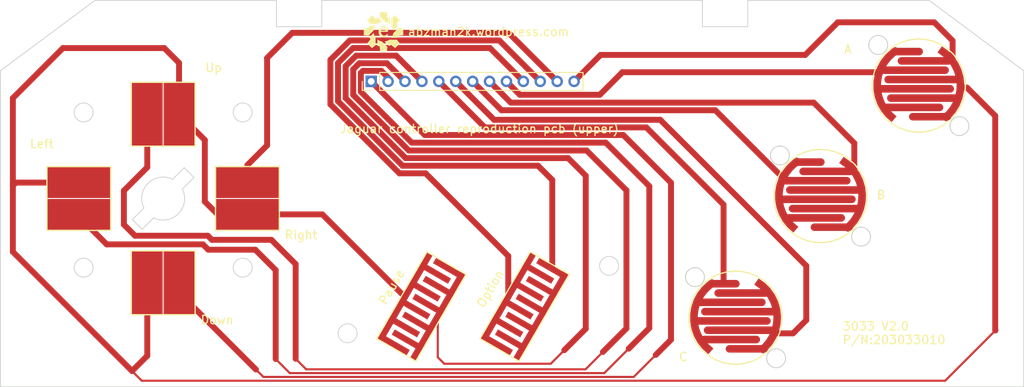
<source format=kicad_pcb>
(kicad_pcb (version 20211014) (generator pcbnew)
  (layers (0 "F.Cu" signal) (31 "B.Cu" signal) (34 "B.Paste" user) (35 "F.Paste" user) (36 "B.SilkS" user "B.Silkscreen") (37 "F.SilkS" user "F.Silkscreen") (38 "B.Mask" user) (39 "F.Mask" user) (44 "Edge.Cuts" user))
  (net 0 "")
  (net 1 "Net-(J1-Pad13)")
  (net 2 "Net-(J1-Pad2)")
  (net 3 "Net-(J1-Pad3)")
  (net 4 "Net-(J1-Pad1)")
  (net 5 "Net-(J1-Pad12)")
  (net 6 "Net-(J1-Pad4)")
  (net 7 "Net-(J1-Pad11)")
  (net 8 "Net-(J1-Pad10)")
  (net 9 "Net-(J1-Pad5)")
  (net 10 "Net-(J1-Pad6)")
  (net 11 "Net-(J1-Pad7)")
  (net 12 "Net-(J1-Pad8)")
  (net 13 "Net-(J1-Pad9)")
  (footprint "Evan's misc parts:jaguar abc" (layer "F.Cu") (at 86.96 37.53)
    (fp_text reference "SW7" hide)
    (fp_text value "C" (at -6.188 4.634) (layer "F.SilkS"))
    (fp_circle (center 4.8 4.8) (end 5.92 4.8) (layer "Edge.Cuts") (width 0.12) (fill none))
    (fp_circle (center -4.8 -4.8) (end -3.68 -4.8) (layer "Edge.Cuts") (width 0.12) (fill none))
    (pad "1" smd oval (at -0.638897 2.585) (size 7.082827 0.9) (layers "F.Cu" "F.Mask") (net 9 "Net-(J1-Pad5)"))
    (pad "1" smd rect (at -4.284323 2.408692 209.3451645) (size 0.9 0.9) (layers "F.Cu" "F.Mask") (net 9 "Net-(J1-Pad5)"))
    (pad "1" smd rect (at -4.838502 0.863783 190.1219766) (size 0.9 0.9) (layers "F.Cu" "F.Mask") (net 9 "Net-(J1-Pad5)"))
    (pad "1" smd oval (at -0.505867 -1.815) (size 8.123471 0.9) (layers "F.Cu" "F.Mask") (net 9 "Net-(J1-Pad5)"))
    (pad "1" smd roundrect (at -2.83496 -4.014999 125.225) (size 0.9 0.9) (layers "F.Cu" "F.Mask") (net 9 "Net-(J1-Pad5)"))
    (pad "1" smd rect (at -3.252383 3.685 228.5683524) (size 0.9 0.9) (layers "F.Cu" "F.Mask") (net 9 "Net-(J1-Pad5)"))
    (pad "1" smd rect (at -3.87645 -3.021647 142.0640068) (size 0.9 0.9) (layers "F.Cu" "F.Mask") (net 9 "Net-(J1-Pad5)"))
    (pad "1" smd oval (at -0.368206 0.385) (size 9.063382 0.9) (layers "F.Cu" "F.Mask") (net 9 "Net-(J1-Pad5)"))
    (pad "1" smd rect (at -4.326553 -2.331986 151.6756008) (size 0.9 0.9) (layers "F.Cu" "F.Mask") (net 9 "Net-(J1-Pad5)"))
    (pad "1" smd oval (at -1.41748 -4.015) (size 3.81 0.9) (layers "F.Cu" "F.Mask") (net 9 "Net-(J1-Pad5)"))
    (pad "1" smd rect (at -3.317515 -3.626474 132.4524129) (size 0.9 0.9) (layers "F.Cu" "F.Mask") (net 9 "Net-(J1-Pad5)"))
    (pad "1" smd rect (at -3.822005 3.090226 218.9567585) (size 0.9 0.9) (layers "F.Cu" "F.Mask") (net 9 "Net-(J1-Pad5)"))
    (pad "1" smd rect (at -4.626356 1.659534 199.7335705) (size 0.9 0.9) (layers "F.Cu" "F.Mask") (net 9 "Net-(J1-Pad5)"))
    (pad "1" smd rect (at -4.853122 -0.777449 170.8987887) (size 0.9 0.9) (layers "F.Cu" "F.Mask") (net 9 "Net-(J1-Pad5)"))
    (pad "1" smd rect (at -4.655186 -1.576853 161.2871947) (size 0.9 0.9) (layers "F.Cu" "F.Mask") (net 9 "Net-(J1-Pad5)"))
    (pad "1" smd rect (at -4.914804 0.043781 180.5103826) (size 0.9 0.9) (layers "F.Cu" "F.Mask") (net 9 "Net-(J1-Pad5)"))
    (pad "2" smd rect (at 2.83496 -4.015 54.77438172) (size 0.9 0.9) (layers "F.Cu" "F.Mask") (net 10 "Net-(J1-Pad6)"))
    (pad "2" smd rect (at 4.908726 0.248251 357.104818) (size 0.9 0.9) (layers "F.Cu" "F.Mask") (net 10 "Net-(J1-Pad6)"))
    (pad "2" smd rect (at 4.419841 -2.149936 25.93959986) (size 0.9 0.9) (layers "F.Cu" "F.Mask") (net 10 "Net-(J1-Pad6)"))
    (pad "2" smd rect (at 3.998825 -2.857729 35.55119382) (size 0.9 0.9) (layers "F.Cu" "F.Mask") (net 10 "Net-(J1-Pad6)"))
    (pad "2" smd rect (at 4.180385 2.584879 328.2700361) (size 0.9 0.9) (layers "F.Cu" "F.Mask") (net 10 "Net-(J1-Pad6)"))
    (pad "2" smd oval (at 1.334815 3.685) (size 4.997485 0.888414) (layers "F.Cu" "F.Mask") (net 10 "Net-(J1-Pad6)"))
    (pad "2" smd rect (at 4.716768 -1.381782 16.32800591) (size 0.9 0.9) (layers "F.Cu" "F.Mask") (net 10 "Net-(J1-Pad6)"))
    (pad "2" smd rect (at 4.798369 1.064368 347.493224) (size 0.9 0.9) (layers "F.Cu" "F.Mask") (net 10 "Net-(J1-Pad6)"))
    (pad "2" smd oval (at 0.465842 1.485) (size 8.438907 0.9) (layers "F.Cu" "F.Mask") (net 10 "Net-(J1-Pad6)"))
    (pad "2" smd roundrect (at 3.252383 3.685 311.431) (size 0.9 0.9) (layers "F.Cu" "F.Mask") (net 10 "Net-(J1-Pad6)"))
    (pad "2" smd rect (at 3.690109 3.246585 318.6584422) (size 0.9 0.9) (layers "F.Cu" "F.Mask") (net 10 "Net-(J1-Pad6)"))
    (pad "2" smd rect (at 4.553295 1.850602 337.8816301) (size 0.9 0.9) (layers "F.Cu" "F.Mask") (net 10 "Net-(J1-Pad6)"))
    (pad "2" smd rect (at 3.465541 -3.48529 45.16278777) (size 0.9 0.9) (layers "F.Cu" "F.Mask") (net 10 "Net-(J1-Pad6)"))
    (pad "2" smd oval (at 0.39327 -0.715) (size 8.938889 0.9) (layers "F.Cu" "F.Mask") (net 10 "Net-(J1-Pad6)"))
    (pad "2" smd rect (at 4.881269 -0.574834 6.716411956) (size 0.9 0.9) (layers "F.Cu" "F.Mask") (net 10 "Net-(J1-Pad6)"))
    (pad "2" smd oval (at 0.728315 -2.915) (size 6.457911 0.9) (layers "F.Cu" "F.Mask") (net 10 "Net-(J1-Pad6)"))
  )
  (footprint "Evan's misc parts:jaguar dpad" (layer "F.Cu") (at 19.25 33.4)
    (fp_text reference "SW3" hide)
    (fp_text value "Down" (at 6.3786 4.3952) (layer "F.SilkS"))
    (pad "1" smd rect (at -1.88 0) (size 3.65 7.41) (layers "F.Cu" "F.Mask") (net 1 "Net-(J1-Pad13)"))
    (pad "2" smd rect (at 1.88 0) (size 3.65 7.41) (layers "F.Cu" "F.Mask") (net 4 "Net-(J1-Pad1)"))
  )
  (footprint "Evan's misc parts:jaguar keypad button" (layer "F.Cu") (at 49.8 36.21 -30)
    (fp_text reference "SW5" hide)
    (fp_text value "Pause" (at -4.199949 -0.232124 240) (layer "F.SilkS"))
    (pad "1" smd rect (at -0.61 -1.82 150) (size 3.97 0.72) (layers "F.Cu" "F.Mask") (net 1 "Net-(J1-Pad13)"))
    (pad "1" smd rect (at -2.235 0 150) (size 0.72 11.72) (layers "F.Cu" "F.Mask") (net 1 "Net-(J1-Pad13)"))
    (pad "1" smd rect (at -0.61 -4.26 150) (size 3.97 0.72) (layers "F.Cu" "F.Mask") (net 1 "Net-(J1-Pad13)"))
    (pad "1" smd rect (at -0.61 0.62 150) (size 3.97 0.72) (layers "F.Cu" "F.Mask") (net 1 "Net-(J1-Pad13)"))
    (pad "1" smd rect (at -0.61 5.5 150) (size 3.97 0.72) (layers "F.Cu" "F.Mask") (net 1 "Net-(J1-Pad13)"))
    (pad "1" smd rect (at -0.61 3.06 150) (size 3.97 0.72) (layers "F.Cu" "F.Mask") (net 1 "Net-(J1-Pad13)"))
    (pad "2" smd rect (at 0.61 4.28 150) (size 3.97 0.72) (layers "F.Cu" "F.Mask") (net 6 "Net-(J1-Pad4)"))
    (pad "2" smd rect (at 0.61 -0.6 150) (size 3.97 0.72) (layers "F.Cu" "F.Mask") (net 6 "Net-(J1-Pad4)"))
    (pad "2" smd rect (at 0.61 1.84 150) (size 3.97 0.72) (layers "F.Cu" "F.Mask") (net 6 "Net-(J1-Pad4)"))
    (pad "2" smd rect (at 2.235 0 150) (size 0.72 11.72) (layers "F.Cu" "F.Mask") (net 6 "Net-(J1-Pad4)"))
    (pad "2" smd rect (at 0.61 -3.04 150) (size 3.97 0.72) (layers "F.Cu" "F.Mask") (net 6 "Net-(J1-Pad4)"))
    (pad "2" smd rect (at 0.61 -5.48 150) (size 3.97 0.72) (layers "F.Cu" "F.Mask") (net 6 "Net-(J1-Pad4)"))
  )
  (footprint "Evan's misc parts:jaguar abc" (layer "F.Cu") (at 108.64 10.07)
    (fp_text reference "SW9" hide)
    (fp_text value "A" (at -8.3862 -4.2788) (layer "F.SilkS"))
    (fp_circle (center -4.8 -4.8) (end -3.68 -4.8) (layer "Edge.Cuts") (width 0.12) (fill none))
    (fp_circle (center 4.8 4.8) (end 5.92 4.8) (layer "Edge.Cuts") (width 0.12) (fill none))
    (pad "1" smd rect (at -4.914804 0.043781 180.5103826) (size 0.9 0.9) (layers "F.Cu" "F.Mask") (net 13 "Net-(J1-Pad9)"))
    (pad "1" smd rect (at -4.284323 2.408692 209.3451645) (size 0.9 0.9) (layers "F.Cu" "F.Mask") (net 13 "Net-(J1-Pad9)"))
    (pad "1" smd rect (at -4.655186 -1.576853 161.2871947) (size 0.9 0.9) (layers "F.Cu" "F.Mask") (net 13 "Net-(J1-Pad9)"))
    (pad "1" smd oval (at -0.638897 2.585) (size 7.082827 0.9) (layers "F.Cu" "F.Mask") (net 13 "Net-(J1-Pad9)"))
    (pad "1" smd rect (at -3.252383 3.685 228.5683524) (size 0.9 0.9) (layers "F.Cu" "F.Mask") (net 13 "Net-(J1-Pad9)"))
    (pad "1" smd rect (at -3.87645 -3.021647 142.0640068) (size 0.9 0.9) (layers "F.Cu" "F.Mask") (net 13 "Net-(J1-Pad9)"))
    (pad "1" smd oval (at -1.41748 -4.015) (size 3.81 0.9) (layers "F.Cu" "F.Mask") (net 13 "Net-(J1-Pad9)"))
    (pad "1" smd rect (at -4.326553 -2.331986 151.6756008) (size 0.9 0.9) (layers "F.Cu" "F.Mask") (net 13 "Net-(J1-Pad9)"))
    (pad "1" smd rect (at -4.853122 -0.777449 170.8987887) (size 0.9 0.9) (layers "F.Cu" "F.Mask") (net 13 "Net-(J1-Pad9)"))
    (pad "1" smd rect (at -3.317515 -3.626474 132.4524129) (size 0.9 0.9) (layers "F.Cu" "F.Mask") (net 13 "Net-(J1-Pad9)"))
    (pad "1" smd oval (at -0.505867 -1.815) (size 8.123471 0.9) (layers "F.Cu" "F.Mask") (net 13 "Net-(J1-Pad9)"))
    (pad "1" smd rect (at -4.626356 1.659534 199.7335705) (size 0.9 0.9) (layers "F.Cu" "F.Mask") (net 13 "Net-(J1-Pad9)"))
    (pad "1" smd oval (at -0.368206 0.385) (size 9.063382 0.9) (layers "F.Cu" "F.Mask") (net 13 "Net-(J1-Pad9)"))
    (pad "1" smd rect (at -3.822005 3.090226 218.9567585) (size 0.9 0.9) (layers "F.Cu" "F.Mask") (net 13 "Net-(J1-Pad9)"))
    (pad "1" smd rect (at -4.838502 0.863783 190.1219766) (size 0.9 0.9) (layers "F.Cu" "F.Mask") (net 13 "Net-(J1-Pad9)"))
    (pad "1" smd roundrect (at -2.83496 -4.014999 125.225) (size 0.9 0.9) (layers "F.Cu" "F.Mask") (net 13 "Net-(J1-Pad9)"))
    (pad "2" smd oval (at 0.728315 -2.915) (size 6.457911 0.9) (layers "F.Cu" "F.Mask") (net 1 "Net-(J1-Pad13)"))
    (pad "2" smd rect (at 4.716768 -1.381782 16.32800591) (size 0.9 0.9) (layers "F.Cu" "F.Mask") (net 1 "Net-(J1-Pad13)"))
    (pad "2" smd rect (at 2.83496 -4.015 54.77438172) (size 0.9 0.9) (layers "F.Cu" "F.Mask") (net 1 "Net-(J1-Pad13)"))
    (pad "2" smd rect (at 4.881269 -0.574834 6.716411956) (size 0.9 0.9) (layers "F.Cu" "F.Mask") (net 1 "Net-(J1-Pad13)"))
    (pad "2" smd rect (at 3.690109 3.246585 318.6584422) (size 0.9 0.9) (layers "F.Cu" "F.Mask") (net 1 "Net-(J1-Pad13)"))
    (pad "2" smd rect (at 4.553295 1.850602 337.8816301) (size 0.9 0.9) (layers "F.Cu" "F.Mask") (net 1 "Net-(J1-Pad13)"))
    (pad "2" smd rect (at 4.798369 1.064368 347.493224) (size 0.9 0.9) (layers "F.Cu" "F.Mask") (net 1 "Net-(J1-Pad13)"))
    (pad "2" smd oval (at 0.465842 1.485) (size 8.438907 0.9) (layers "F.Cu" "F.Mask") (net 1 "Net-(J1-Pad13)"))
    (pad "2" smd rect (at 4.419841 -2.149936 25.93959986) (size 0.9 0.9) (layers "F.Cu" "F.Mask") (net 1 "Net-(J1-Pad13)"))
    (pad "2" smd rect (at 4.908726 0.248251 357.104818) (size 0.9 0.9) (layers "F.Cu" "F.Mask") (net 1 "Net-(J1-Pad13)"))
    (pad "2" smd oval (at 1.334815 3.685) (size 4.997485 0.888414) (layers "F.Cu" "F.Mask") (net 1 "Net-(J1-Pad13)"))
    (pad "2" smd oval (at 0.39327 -0.715) (size 8.938889 0.9) (layers "F.Cu" "F.Mask") (net 1 "Net-(J1-Pad13)"))
    (pad "2" smd rect (at 3.465541 -3.48529 45.16278777) (size 0.9 0.9) (layers "F.Cu" "F.Mask") (net 1 "Net-(J1-Pad13)"))
    (pad "2" smd rect (at 4.180385 2.584879 328.2700361) (size 0.9 0.9) (layers "F.Cu" "F.Mask") (net 1 "Net-(J1-Pad13)"))
    (pad "2" smd rect (at 3.998825 -2.857729 35.55119382) (size 0.9 0.9) (layers "F.Cu" "F.Mask") (net 1 "Net-(J1-Pad13)"))
    (pad "2" smd roundrect (at 3.252383 3.685 311.431) (size 0.9 0.9) (layers "F.Cu" "F.Mask") (net 1 "Net-(J1-Pad13)"))
  )
  (footprint "Evan's misc parts:jaguar keypad button" (layer "F.Cu") (at 62.01 36.21 -30)
    (fp_text reference "SW6" hide)
    (fp_text value "Option" (at -4.573627 0.206245 240) (layer "F.SilkS"))
    (pad "1" smd rect (at -0.61 5.5 150) (size 3.97 0.72) (layers "F.Cu" "F.Mask") (net 7 "Net-(J1-Pad11)"))
    (pad "1" smd rect (at -2.235 0 150) (size 0.72 11.72) (layers "F.Cu" "F.Mask") (net 7 "Net-(J1-Pad11)"))
    (pad "1" smd rect (at -0.61 -4.26 150) (size 3.97 0.72) (layers "F.Cu" "F.Mask") (net 7 "Net-(J1-Pad11)"))
    (pad "1" smd rect (at -0.61 3.06 150) (size 3.97 0.72) (layers "F.Cu" "F.Mask") (net 7 "Net-(J1-Pad11)"))
    (pad "1" smd rect (at -0.61 -1.82 150) (size 3.97 0.72) (layers "F.Cu" "F.Mask") (net 7 "Net-(J1-Pad11)"))
    (pad "1" smd rect (at -0.61 0.62 150) (size 3.97 0.72) (layers "F.Cu" "F.Mask") (net 7 "Net-(J1-Pad11)"))
    (pad "2" smd rect (at 0.61 -0.6 150) (size 3.97 0.72) (layers "F.Cu" "F.Mask") (net 8 "Net-(J1-Pad10)"))
    (pad "2" smd rect (at 0.61 -5.48 150) (size 3.97 0.72) (layers "F.Cu" "F.Mask") (net 8 "Net-(J1-Pad10)"))
    (pad "2" smd rect (at 0.61 1.84 150) (size 3.97 0.72) (layers "F.Cu" "F.Mask") (net 8 "Net-(J1-Pad10)"))
    (pad "2" smd rect (at 0.61 4.28 150) (size 3.97 0.72) (layers "F.Cu" "F.Mask") (net 8 "Net-(J1-Pad10)"))
    (pad "2" smd rect (at 0.61 -3.04 150) (size 3.97 0.72) (layers "F.Cu" "F.Mask") (net 8 "Net-(J1-Pad10)"))
    (pad "2" smd rect (at 2.235 0 150) (size 0.72 11.72) (layers "F.Cu" "F.Mask") (net 8 "Net-(J1-Pad10)"))
  )
  (footprint "Evan's misc parts:jaguar dpad" (layer "F.Cu") (at 9.28 23.43 -90)
    (fp_text reference "SW1" hide)
    (fp_text value "Left" (at -6.4628 4.3778 180) (layer "F.SilkS"))
    (pad "1" smd rect (at -1.88 0 270) (size 3.65 7.41) (layers "F.Cu" "F.Mask") (net 1 "Net-(J1-Pad13)"))
    (pad "2" smd rect (at 1.88 0 270) (size 3.65 7.41) (layers "F.Cu" "F.Mask") (net 2 "Net-(J1-Pad2)"))
  )
  (footprint "Evan's misc parts:jaguar dpad" (layer "F.Cu") (at 19.25 13.46)
    (fp_text reference "SW2" hide)
    (fp_text value "Up" (at 5.9722 -5.5098) (layer "F.SilkS"))
    (pad "1" smd rect (at -1.88 0) (size 3.65 7.41) (layers "F.Cu" "F.Mask") (net 3 "Net-(J1-Pad3)"))
    (pad "2" smd rect (at 1.88 0) (size 3.65 7.41) (layers "F.Cu" "F.Mask") (net 1 "Net-(J1-Pad13)"))
  )
  (footprint "Evan's misc parts:jaguar dpad" (layer "F.Cu") (at 29.22 23.43 90)
    (fp_text reference "SW4" hide)
    (fp_text value "Right" (at -4.3068 6.34 180) (layer "F.SilkS"))
    (pad "1" smd rect (at -1.88 0 90) (size 3.65 7.41) (layers "F.Cu" "F.Mask") (net 1 "Net-(J1-Pad13)"))
    (pad "2" smd rect (at 1.88 0 90) (size 3.65 7.41) (layers "F.Cu" "F.Mask") (net 5 "Net-(J1-Pad12)"))
  )
  (footprint "Evan's misc parts:jaguar abc" (layer "F.Cu") (at 97.01 23.14)
    (fp_text reference "SW8" hide)
    (fp_text value "B" (at 7.1554 -0.1276) (layer "F.SilkS"))
    (fp_circle (center 4.8 4.8) (end 5.92 4.8) (layer "Edge.Cuts") (width 0.12) (fill none))
    (fp_circle (center -4.8 -4.8) (end -3.68 -4.8) (layer "Edge.Cuts") (width 0.12) (fill none))
    (pad "1" smd rect (at -4.914804 0.043781 180.5103826) (size 0.9 0.9) (layers "F.Cu" "F.Mask") (net 11 "Net-(J1-Pad7)"))
    (pad "1" smd oval (at -0.638897 2.585) (size 7.082827 0.9) (layers "F.Cu" "F.Mask") (net 11 "Net-(J1-Pad7)"))
    (pad "1" smd rect (at -3.252383 3.685 228.5683524) (size 0.9 0.9) (layers "F.Cu" "F.Mask") (net 11 "Net-(J1-Pad7)"))
    (pad "1" smd rect (at -4.655186 -1.576853 161.2871947) (size 0.9 0.9) (layers "F.Cu" "F.Mask") (net 11 "Net-(J1-Pad7)"))
    (pad "1" smd rect (at -4.838502 0.863783 190.1219766) (size 0.9 0.9) (layers "F.Cu" "F.Mask") (net 11 "Net-(J1-Pad7)"))
    (pad "1" smd rect (at -3.317515 -3.626474 132.4524129) (size 0.9 0.9) (layers "F.Cu" "F.Mask") (net 11 "Net-(J1-Pad7)"))
    (pad "1" smd rect (at -3.87645 -3.021647 142.0640068) (size 0.9 0.9) (layers "F.Cu" "F.Mask") (net 11 "Net-(J1-Pad7)"))
    (pad "1" smd oval (at -0.505867 -1.815) (size 8.123471 0.9) (layers "F.Cu" "F.Mask") (net 11 "Net-(J1-Pad7)"))
    (pad "1" smd rect (at -3.822005 3.090226 218.9567585) (size 0.9 0.9) (layers "F.Cu" "F.Mask") (net 11 "Net-(J1-Pad7)"))
    (pad "1" smd rect (at -4.326553 -2.331986 151.6756008) (size 0.9 0.9) (layers "F.Cu" "F.Mask") (net 11 "Net-(J1-Pad7)"))
    (pad "1" smd rect (at -4.284323 2.408692 209.3451645) (size 0.9 0.9) (layers "F.Cu" "F.Mask") (net 11 "Net-(J1-Pad7)"))
    (pad "1" smd oval (at -1.41748 -4.015) (size 3.81 0.9) (layers "F.Cu" "F.Mask") (net 11 "Net-(J1-Pad7)"))
    (pad "1" smd roundrect (at -2.83496 -4.014999 125.225) (size 0.9 0.9) (layers "F.Cu" "F.Mask") (net 11 "Net-(J1-Pad7)"))
    (pad "1" smd rect (at -4.626356 1.659534 199.7335705) (size 0.9 0.9) (layers "F.Cu" "F.Mask") (net 11 "Net-(J1-Pad7)"))
    (pad "1" smd rect (at -4.853122 -0.777449 170.8987887) (size 0.9 0.9) (layers "F.Cu" "F.Mask") (net 11 "Net-(J1-Pad7)"))
    (pad "1" smd oval (at -0.368206 0.385) (size 9.063382 0.9) (layers "F.Cu" "F.Mask") (net 11 "Net-(J1-Pad7)"))
    (pad "2" smd rect (at 3.690109 3.246585 318.6584422) (size 0.9 0.9) (layers "F.Cu" "F.Mask") (net 12 "Net-(J1-Pad8)"))
    (pad "2" smd rect (at 4.716768 -1.381782 16.32800591) (size 0.9 0.9) (layers "F.Cu" "F.Mask") (net 12 "Net-(J1-Pad8)"))
    (pad "2" smd rect (at 4.553295 1.850602 337.8816301) (size 0.9 0.9) (layers "F.Cu" "F.Mask") (net 12 "Net-(J1-Pad8)"))
    (pad "2" smd rect (at 3.998825 -2.857729 35.55119382) (size 0.9 0.9) (layers "F.Cu" "F.Mask") (net 12 "Net-(J1-Pad8)"))
    (pad "2" smd oval (at 1.334815 3.685) (size 4.997485 0.888414) (layers "F.Cu" "F.Mask") (net 12 "Net-(J1-Pad8)"))
    (pad "2" smd roundrect (at 3.252383 3.685 311.431) (size 0.9 0.9) (layers "F.Cu" "F.Mask") (net 12 "Net-(J1-Pad8)"))
    (pad "2" smd rect (at 4.180385 2.584879 328.2700361) (size 0.9 0.9) (layers "F.Cu" "F.Mask") (net 12 "Net-(J1-Pad8)"))
    (pad "2" smd oval (at 0.465842 1.485) (size 8.438907 0.9) (layers "F.Cu" "F.Mask") (net 12 "Net-(J1-Pad8)"))
    (pad "2" smd rect (at 3.465541 -3.48529 45.16278777) (size 0.9 0.9) (layers "F.Cu" "F.Mask") (net 12 "Net-(J1-Pad8)"))
    (pad "2" smd rect (at 4.881269 -0.574834 6.716411956) (size 0.9 0.9) (layers "F.Cu" "F.Mask") (net 12 "Net-(J1-Pad8)"))
    (pad "2" smd oval (at 0.39327 -0.715) (size 8.938889 0.9) (layers "F.Cu" "F.Mask") (net 12 "Net-(J1-Pad8)"))
    (pad "2" smd rect (at 4.908726 0.248251 357.104818) (size 0.9 0.9) (layers "F.Cu" "F.Mask") (net 12 "Net-(J1-Pad8)"))
    (pad "2" smd rect (at 4.798369 1.064368 347.493224) (size 0.9 0.9) (layers "F.Cu" "F.Mask") (net 12 "Net-(J1-Pad8)"))
    (pad "2" smd rect (at 4.419841 -2.149936 25.93959986) (size 0.9 0.9) (layers "F.Cu" "F.Mask") (net 12 "Net-(J1-Pad8)"))
    (pad "2" smd oval (at 0.728315 -2.915) (size 6.457911 0.9) (layers "F.Cu" "F.Mask") (net 12 "Net-(J1-Pad8)"))
    (pad "2" smd rect (at 2.83496 -4.015 54.77438172) (size 0.9 0.9) (layers "F.Cu" "F.Mask") (net 12 "Net-(J1-Pad8)"))
  )
  (footprint "Evan's misc parts:Evan Logo" (layer "F.Cu") (at 45.3136 3.7084)
    (fp_text reference "G***" hide)
    (fp_text value "LOGO" hide)
  )
  (footprint "Connector_PinHeader_2.00mm:PinHeader_1x13_P2.00mm_Vertical" (layer "F.Cu") (at 43.86 9.58 90)
    (fp_text reference "J1" hide)
    (fp_text value "Conn_01x13")
    (pad "1" thru_hole rect locked (at 0 0 90) (size 1.35 1.35) (drill 0.8) (layers *.Cu *.Mask) (net 4 "Net-(J1-Pad1)"))
    (pad "2" thru_hole oval locked (at 0 2 90) (size 1.35 1.35) (drill 0.8) (layers *.Cu *.Mask) (net 2 "Net-(J1-Pad2)"))
    (pad "3" thru_hole oval locked (at 0 4 90) (size 1.35 1.35) (drill 0.8) (layers *.Cu *.Mask) (net 3 "Net-(J1-Pad3)"))
    (pad "4" thru_hole oval locked (at 0 6 90) (size 1.35 1.35) (drill 0.8) (layers *.Cu *.Mask) (net 6 "Net-(J1-Pad4)"))
    (pad "5" thru_hole oval locked (at 0 8 90) (size 1.35 1.35) (drill 0.8) (layers *.Cu *.Mask) (net 9 "Net-(J1-Pad5)"))
    (pad "6" thru_hole oval locked (at 0 10 90) (size 1.35 1.35) (drill 0.8) (layers *.Cu *.Mask) (net 10 "Net-(J1-Pad6)"))
    (pad "7" thru_hole oval locked (at 0 12 90) (size 1.35 1.35) (drill 0.8) (layers *.Cu *.Mask) (net 11 "Net-(J1-Pad7)"))
    (pad "8" thru_hole oval locked (at 0 14 90) (size 1.35 1.35) (drill 0.8) (layers *.Cu *.Mask) (net 12 "Net-(J1-Pad8)"))
    (pad "9" thru_hole oval locked (at 0 16 90) (size 1.35 1.35) (drill 0.8) (layers *.Cu *.Mask) (net 13 "Net-(J1-Pad9)"))
    (pad "10" thru_hole oval locked (at 0 18 90) (size 1.35 1.35) (drill 0.8) (layers *.Cu *.Mask) (net 8 "Net-(J1-Pad10)"))
    (pad "11" thru_hole oval locked (at 0 20 90) (size 1.35 1.35) (drill 0.8) (layers *.Cu *.Mask) (net 7 "Net-(J1-Pad11)"))
    (pad "12" thru_hole oval locked (at 0 22 90) (size 1.35 1.35) (drill 0.8) (layers *.Cu *.Mask) (net 5 "Net-(J1-Pad12)"))
    (pad "13" thru_hole oval locked (at 0 24 90) (size 1.35 1.35) (drill 0.8) (layers *.Cu *.Mask) (net 1 "Net-(J1-Pad13)"))
  )
  (gr_line (start 83.04 0) (end 38.01 0) (layer "Edge.Cuts") (width 0.1))
  (gr_line (start 20.370057 21.157288) (end 21.73548 19.791865) (layer "Edge.Cuts") (width 0.1))
  (gr_circle (center 9.84 13.25) (end 10.96 13.25) (layer "Edge.Cuts") (width 0.1) (fill none))
  (gr_circle (center 9.84 31.61) (end 10.96 31.61) (layer "Edge.Cuts") (width 0.1) (fill none))
  (gr_line (start 88.4 3.11) (end 83.04 3.11) (layer "Edge.Cuts") (width 0.1))
  (gr_line (start 83.04 3.11) (end 83.04 0) (layer "Edge.Cuts") (width 0.1))
  (gr_line (start 38.01 3.11) (end 38.01 0) (layer "Edge.Cuts") (width 0.1))
  (gr_circle (center 72 31.4) (end 73.12 31.4) (layer "Edge.Cuts") (width 0.1) (fill none))
  (gr_line (start 15.604865 25.92248) (end 16.970288 24.557057) (layer "Edge.Cuts") (width 0.1))
  (gr_circle (center 28.66 31.61) (end 29.78 31.61) (layer "Edge.Cuts") (width 0.1) (fill none))
  (gr_line (start 88.4 0) (end 109.87 0) (layer "Edge.Cuts") (width 0.1))
  (gr_line (start 22.895135 20.95152) (end 21.529712 22.316943) (layer "Edge.Cuts") (width 0.1))
  (gr_line (start 32.65 0) (end 11.18 0) (layer "Edge.Cuts") (width 0.1))
  (gr_line (start 32.65 0) (end 32.65 3.11) (layer "Edge.Cuts") (width 0.1))
  (gr_arc (start 21.529712 22.316943) (mid 21.045703 25.232703) (end 18.129943 25.716712) (layer "Edge.Cuts") (width 0.1))
  (gr_arc (start 16.970288 24.557057) (mid 17.454297 21.641297) (end 20.370057 21.157288) (layer "Edge.Cuts") (width 0.1))
  (gr_line (start 109.87 0) (end 121.05 8.32) (layer "Edge.Cuts") (width 0.1))
  (gr_line (start 11.18 0) (end 0 8.32) (layer "Edge.Cuts") (width 0.1))
  (gr_line (start 21.73548 19.791865) (end 22.895135 20.95152) (layer "Edge.Cuts") (width 0.1))
  (gr_line (start 32.65 3.11) (end 38.01 3.11) (layer "Edge.Cuts") (width 0.1))
  (gr_line (start 16.76452 27.082135) (end 15.604865 25.92248) (layer "Edge.Cuts") (width 0.1))
  (gr_circle (center 28.66 13.25) (end 29.78 13.25) (layer "Edge.Cuts") (width 0.1) (fill none))
  (gr_circle (center 41.07 39.37) (end 42.19 39.37) (layer "Edge.Cuts") (width 0.1) (fill none))
  (gr_line (start 88.4 0) (end 88.4 3.11) (layer "Edge.Cuts") (width 0.1))
  (gr_line (start 18.129943 25.716712) (end 16.76452 27.082135) (layer "Edge.Cuts") (width 0.1))
  (gr_line (start 0 45.71) (end 121.05 45.71) (layer "Edge.Cuts") (width 0.1))
  (gr_line (start 0 8.32) (end 0 45.71) (layer "Edge.Cuts") (width 0.1))
  (gr_line (start 121.05 45.71) (end 121.05 8.32) (layer "Edge.Cuts") (width 0.1))
  (gr_text "Jaguar controller reproduction pcb (upper)" (at 56.6674 15.1892) (layer "F.SilkS") (effects (font (size 1 1))))
  (gr_text "3033 V2.0\nP/N:203033010" (at 99.5426 39.3446) (layer "F.SilkS") (effects (font (size 1 1)) (justify left)))
  (gr_text "abzman2k.wordpress.com" (at 57.7342 3.7084) (layer "F.SilkS") (effects (font (size 1 1))))
  (segment (start 29.22 25.31) (end 38.081933 25.31) (width 0.7) (layer "F.Cu") (net 1))
  (segment (start 95.2038 6.447) (end 99.06 2.5908) (width 0.7) (layer "F.Cu") (net 1))
  (segment (start 7.3914 5.6388) (end 1.4732 11.557) (width 0.7) (layer "F.Cu") (net 1))
  (segment (start 117.6782 13.652097) (end 114.344354 10.318251) (width 0.7) (layer "F.Cu") (net 1))
  (segment (start 21.13 13.46) (end 21.13 7.3886) (width 0.7) (layer "F.Cu") (net 1))
  (segment (start 38.081933 25.31) (end 47.864433 35.0925) (width 0.7) (layer "F.Cu") (net 1))
  (segment (start 17.37 42.0406) (end 15.5702 43.8404) (width 0.7) (layer "F.Cu") (net 1))
  (segment (start 112.638825 4.765025) (end 112.638825 7.212271) (width 0.7) (layer "F.Cu") (net 1))
  (segment (start 114.344354 10.318251) (end 113.548726 10.318251) (width 0.7) (layer "F.Cu") (net 1))
  (segment (start 19.3802 5.6388) (end 7.3914 5.6388) (width 0.7) (layer "F.Cu") (net 1))
  (segment (start 67.86 9.58) (end 70.993 6.447) (width 0.7) (layer "F.Cu") (net 1))
  (segment (start 24.1808 23.7998) (end 24.1808 16.5108) (width 0.7) (layer "F.Cu") (net 1))
  (segment (start 1.818 21.55) (end 1.4732 21.8948) (width 0.7) (layer "F.Cu") (net 1))
  (segment (start 111.75764 44.98576) (end 117.7036 39.0398) (width 0.25) (layer "F.Cu") (net 1))
  (segment (start 110.4646 2.5908) (end 112.638825 4.765025) (width 0.7) (layer "F.Cu") (net 1))
  (segment (start 15.5702 43.8404) (end 16.71556 44.98576) (width 0.25) (layer "F.Cu") (net 1))
  (segment (start 117.6782 39.0144) (end 117.6782 13.652097) (width 0.7) (layer "F.Cu") (net 1))
  (segment (start 1.4732 11.557) (end 1.4732 21.8948) (width 0.7) (layer "F.Cu") (net 1))
  (segment (start 29.22 25.31) (end 25.691 25.31) (width 0.7) (layer "F.Cu") (net 1))
  (segment (start 70.993 6.447) (end 95.2038 6.447) (width 0.7) (layer "F.Cu") (net 1))
  (segment (start 9.28 21.55) (end 1.818 21.55) (width 0.7) (layer "F.Cu") (net 1))
  (segment (start 99.06 2.5908) (end 110.4646 2.5908) (width 0.7) (layer "F.Cu") (net 1))
  (segment (start 17.37 33.4) (end 17.37 42.0406) (width 0.7) (layer "F.Cu") (net 1))
  (segment (start 117.7036 39.0398) (end 117.6782 39.0144) (width 0.7) (layer "F.Cu") (net 1))
  (segment (start 1.4732 21.8948) (end 1.4732 29.7434) (width 0.7) (layer "F.Cu") (net 1))
  (segment (start 24.1808 16.5108) (end 21.13 13.46) (width 0.7) (layer "F.Cu") (net 1))
  (segment (start 25.691 25.31) (end 24.1808 23.7998) (width 0.7) (layer "F.Cu") (net 1))
  (segment (start 16.71556 44.98576) (end 111.75764 44.98576) (width 0.25) (layer "F.Cu") (net 1))
  (segment (start 1.4732 29.7434) (end 15.5702 43.8404) (width 0.7) (layer "F.Cu") (net 1))
  (segment (start 21.13 7.3886) (end 19.3802 5.6388) (width 0.7) (layer "F.Cu") (net 1))
  (segment (start 23.9522 28.8544) (end 24.5872 29.4894) (width 0.7) (layer "F.Cu") (net 2))
  (segment (start 32.5628 42.418) (end 34.23152 44.08672) (width 0.25) (layer "F.Cu") (net 2))
  (segment (start 74.3204 41.1988) (end 76.7588 38.7604) (width 0.7) (layer "F.Cu") (net 2))
  (segment (start 76.7588 38.7604) (end 76.7588 21.973114) (width 0.7) (layer "F.Cu") (net 2))
  (segment (start 9.28 25.5614) (end 12.573 28.8544) (width 0.7) (layer "F.Cu") (net 2))
  (segment (start 42.635489 10.804511) (end 42.635489 8.570911) (width 0.7) (layer "F.Cu") (net 2))
  (segment (start 9.28 25.31) (end 9.28 25.5614) (width 0.7) (layer "F.Cu") (net 2))
  (segment (start 45.060222 8.3312) (end 45.86 9.130978) (width 0.7) (layer "F.Cu") (net 2))
  (segment (start 24.5872 29.4894) (end 30.1498 29.4894) (width 0.7) (layer "F.Cu") (net 2))
  (segment (start 71.611006 16.82532) (end 48.656298 16.82532) (width 0.7) (layer "F.Cu") (net 2))
  (segment (start 12.573 28.8544) (end 23.9522 28.8544) (width 0.7) (layer "F.Cu") (net 2))
  (segment (start 30.1498 29.4894) (end 32.5628 31.9024) (width 0.7) (layer "F.Cu") (net 2))
  (segment (start 42.8752 8.3312) (end 45.060222 8.3312) (width 0.7) (layer "F.Cu") (net 2))
  (segment (start 45.86 9.130978) (end 45.86 9.58) (width 0.7) (layer "F.Cu") (net 2))
  (segment (start 71.43248 44.08672) (end 74.3204 41.1988) (width 0.25) (layer "F.Cu") (net 2))
  (segment (start 76.7588 21.973114) (end 71.611006 16.82532) (width 0.7) (layer "F.Cu") (net 2))
  (segment (start 34.23152 44.08672) (end 71.43248 44.08672) (width 0.25) (layer "F.Cu") (net 2))
  (segment (start 48.656298 16.82532) (end 42.635489 10.804511) (width 0.7) (layer "F.Cu") (net 2))
  (segment (start 42.635489 8.570911) (end 42.8752 8.3312) (width 0.7) (layer "F.Cu") (net 2))
  (segment (start 32.5628 31.9024) (end 32.5628 42.418) (width 0.7) (layer "F.Cu") (net 2))
  (segment (start 14.605 22.5044) (end 14.605 26.5176) (width 0.7) (layer "F.Cu") (net 3))
  (segment (start 42.45392 7.43168) (end 41.735969 8.149631) (width 0.7) (layer "F.Cu") (net 3))
  (segment (start 41.735969 11.177105) (end 48.313464 17.7546) (width 0.7) (layer "F.Cu") (net 3))
  (segment (start 48.313464 17.7546) (end 69.342 17.7546) (width 0.7) (layer "F.Cu") (net 3))
  (segment (start 24.5364 27.8384) (end 25.019 28.321) (width 0.7) (layer "F.Cu") (net 3))
  (segment (start 74.0537 22.4663) (end 74.0537 38.7985) (width 0.7) (layer "F.Cu") (net 3))
  (segment (start 32.0548 28.321) (end 34.925 31.1912) (width 0.7) (layer "F.Cu") (net 3))
  (segment (start 15.9258 27.8384) (end 24.5364 27.8384) (width 0.7) (layer "F.Cu") (net 3))
  (segment (start 74.0537 38.7985) (end 71.2724 41.5798) (width 0.7) (layer "F.Cu") (net 3))
  (segment (start 47.86 9.58) (end 45.71168 7.43168) (width 0.7) (layer "F.Cu") (net 3))
  (segment (start 36.1696 43.6372) (end 34.925 42.3926) (width 0.25) (layer "F.Cu") (net 3))
  (segment (start 71.2724 41.5798) (end 69.215 43.6372) (width 0.25) (layer "F.Cu") (net 3))
  (segment (start 14.605 26.5176) (end 15.9258 27.8384) (width 0.7) (layer "F.Cu") (net 3))
  (segment (start 17.37 19.7394) (end 14.605 22.5044) (width 0.7) (layer "F.Cu") (net 3))
  (segment (start 41.735969 8.149631) (end 41.735969 11.177105) (width 0.7) (layer "F.Cu") (net 3))
  (segment (start 17.37 13.46) (end 17.37 19.7394) (width 0.7) (layer "F.Cu") (net 3))
  (segment (start 34.925 31.1912) (end 34.925 42.3926) (width 0.7) (layer "F.Cu") (net 3))
  (segment (start 69.342 17.7546) (end 74.0537 22.4663) (width 0.7) (layer "F.Cu") (net 3))
  (segment (start 69.215 43.6372) (end 36.1696 43.6372) (width 0.25) (layer "F.Cu") (net 3))
  (segment (start 45.71168 7.43168) (end 42.45392 7.43168) (width 0.7) (layer "F.Cu") (net 3))
  (segment (start 25.019 28.321) (end 32.0548 28.321) (width 0.7) (layer "F.Cu") (net 3))
  (segment (start 50.2058 15.9258) (end 50.21016 15.92144) (width 0.7) (layer "F.Cu") (net 4))
  (segment (start 21.13 33.4) (end 21.13 34.5666) (width 0.7) (layer "F.Cu") (net 4))
  (segment (start 43.86 9.58) (end 50.2058 15.9258) (width 0.7) (layer "F.Cu") (net 4))
  (segment (start 79.3242 21.5646) (end 79.3242 40.132) (width 0.7) (layer "F.Cu") (net 4))
  (segment (start 79.3242 40.132) (end 77.5208 41.9354) (width 0.7) (layer "F.Cu") (net 4))
  (segment (start 74.91996 44.53624) (end 31.09964 44.53624) (width 0.25) (layer "F.Cu") (net 4))
  (segment (start 21.13 34.5666) (end 30.226 43.6626) (width 0.7) (layer "F.Cu") (net 4))
  (segment (start 73.68104 15.92144) (end 79.3242 21.5646) (width 0.7) (layer "F.Cu") (net 4))
  (segment (start 77.5208 41.9354) (end 74.91996 44.53624) (width 0.25) (layer "F.Cu") (net 4))
  (segment (start 31.09964 44.53624) (end 30.226 43.6626) (width 0.25) (layer "F.Cu") (net 4))
  (segment (start 50.21016 15.92144) (end 73.68104 15.92144) (width 0.7) (layer "F.Cu") (net 4))
  (segment (start 60.1136 3.8336) (end 34.5204 3.8336) (width 0.7) (layer "F.Cu") (net 5))
  (segment (start 31.5468 17.145) (end 29.22 19.4718) (width 0.7) (layer "F.Cu") (net 5))
  (segment (start 29.22 19.4718) (end 29.22 21.55) (width 0.7) (layer "F.Cu") (net 5))
  (segment (start 34.5204 3.8336) (end 31.5468 6.8072) (width 0.7) (layer "F.Cu") (net 5))
  (segment (start 31.5468 6.8072) (end 31.5468 17.145) (width 0.7) (layer "F.Cu") (net 5))
  (segment (start 65.86 9.58) (end 60.1136 3.8336) (width 0.7) (layer "F.Cu") (net 5))
  (segment (start 40.836449 7.777038) (end 40.836449 11.549699) (width 0.7) (layer "F.Cu") (net 6))
  (segment (start 51.735567 42.210567) (end 52.5018 42.9768) (width 0.25) (layer "F.Cu") (net 6))
  (segment (start 46.81216 6.53216) (end 42.081326 6.53216) (width 0.7) (layer "F.Cu") (net 6))
  (segment (start 51.735567 37.3275) (end 51.735567 42.210567) (width 0.25) (layer "F.Cu") (net 6))
  (segment (start 69.2404 38.8366) (end 66.7004 41.3766) (width 0.7) (layer "F.Cu") (net 6))
  (segment (start 52.5018 42.9768) (end 65.1002 42.9768) (width 0.25) (layer "F.Cu") (net 6))
  (segment (start 69.2404 20.73692) (end 69.2404 38.8366) (width 0.7) (layer "F.Cu") (net 6))
  (segment (start 40.836449 11.549699) (end 47.940871 18.65412) (width 0.7) (layer "F.Cu") (net 6))
  (segment (start 65.1002 42.9768) (end 66.7004 41.3766) (width 0.25) (layer "F.Cu") (net 6))
  (segment (start 67.1576 18.65412) (end 69.2404 20.73692) (width 0.7) (layer "F.Cu") (net 6))
  (segment (start 49.86 9.58) (end 46.81216 6.53216) (width 0.7) (layer "F.Cu") (net 6))
  (segment (start 42.081326 6.53216) (end 40.836449 7.777038) (width 0.7) (layer "F.Cu") (net 6))
  (segment (start 47.940871 18.65412) (end 67.1576 18.65412) (width 0.7) (layer "F.Cu") (net 6))
  (segment (start 50.29816 20.45316) (end 60.074433 30.229433) (width 0.7) (layer "F.Cu") (net 7))
  (segment (start 41.336139 4.73312) (end 39.03741 7.031849) (width 0.7) (layer "F.Cu") (net 7))
  (segment (start 39.03741 7.031849) (end 39.03741 12.294886) (width 0.7) (layer "F.Cu") (net 7))
  (segment (start 47.195685 20.45316) (end 50.29816 20.45316) (width 0.7) (layer "F.Cu") (net 7))
  (segment (start 39.03741 12.294886) (end 47.195685 20.45316) (width 0.7) (layer "F.Cu") (net 7))
  (segment (start 59.01312 4.73312) (end 41.336139 4.73312) (width 0.7) (layer "F.Cu") (net 7))
  (segment (start 60.074433 30.229433) (end 60.074433 35.0925) (width 0.7) (layer "F.Cu") (net 7))
  (segment (start 63.86 9.58) (end 59.01312 4.73312) (width 0.7) (layer "F.Cu") (net 7))
  (segment (start 41.708732 5.632641) (end 39.93693 7.404443) (width 0.7) (layer "F.Cu") (net 8))
  (segment (start 61.86 9.58) (end 57.91264 5.63264) (width 0.7) (layer "F.Cu") (net 8))
  (segment (start 39.93693 11.922293) (end 47.568278 19.55364) (width 0.7) (layer "F.Cu") (net 8))
  (segment (start 65.278275 21.234675) (end 65.278275 31.769181) (width 0.7) (layer "F.Cu") (net 8))
  (segment (start 47.568278 19.55364) (end 63.59724 19.55364) (width 0.7) (layer "F.Cu") (net 8))
  (segment (start 57.91264 5.63264) (end 41.708732 5.632641) (width 0.7) (layer "F.Cu") (net 8))
  (segment (start 39.93693 7.404443) (end 39.93693 11.922293) (width 0.7) (layer "F.Cu") (net 8))
  (segment (start 63.59724 19.55364) (end 65.278275 21.234675) (width 0.7) (layer "F.Cu") (net 8))
  (segment (start 57.30192 15.02192) (end 51.86 9.58) (width 0.7) (layer "F.Cu") (net 9))
  (segment (start 85.54252 33.515) (end 85.54252 24.16124) (width 0.7) (layer "F.Cu") (net 9))
  (segment (start 76.4032 15.02192) (end 57.30192 15.02192) (width 0.7) (layer "F.Cu") (net 9))
  (segment (start 85.54252 24.16124) (end 76.4032 15.02192) (width 0.7) (layer "F.Cu") (net 9))
  (segment (start 93.766198 39.380602) (end 91.513295 39.380602) (width 0.7) (layer "F.Cu") (net 10))
  (segment (start 95.3262 37.8206) (end 93.766198 39.380602) (width 0.7) (layer "F.Cu") (net 10))
  (segment (start 53.86 9.58) (end 58.4024 14.1224) (width 0.7) (layer "F.Cu") (net 10))
  (segment (start 78.0542 14.1224) (end 95.3262 31.3944) (width 0.7) (layer "F.Cu") (net 10))
  (segment (start 58.4024 14.1224) (end 78.0542 14.1224) (width 0.7) (layer "F.Cu") (net 10))
  (segment (start 95.3262 31.3944) (end 95.3262 37.8206) (width 0.7) (layer "F.Cu") (net 10))
  (segment (start 92.683447 20.808014) (end 92.385214 20.808014) (width 0.7) (layer "F.Cu") (net 11))
  (segment (start 84.56712 12.98992) (end 59.26992 12.98992) (width 0.7) (layer "F.Cu") (net 11))
  (segment (start 92.385214 20.808014) (end 84.56712 12.98992) (width 0.7) (layer "F.Cu") (net 11))
  (segment (start 59.26992 12.98992) (end 55.86 9.58) (width 0.7) (layer "F.Cu") (net 11))
  (segment (start 60.3704 12.0904) (end 96.2152 12.0904) (width 0.7) (layer "F.Cu") (net 12))
  (segment (start 101.008825 16.884025) (end 101.008825 20.282271) (width 0.7) (layer "F.Cu") (net 12))
  (segment (start 57.86 9.58) (end 60.3704 12.0904) (width 0.7) (layer "F.Cu") (net 12))
  (segment (start 96.2152 12.0904) (end 101.008825 16.884025) (width 0.7) (layer "F.Cu") (net 12))
  (segment (start 70.9048 11.1626) (end 73.574253 8.493147) (width 0.7) (layer "F.Cu") (net 13))
  (segment (start 59.86 9.58) (end 61.4426 11.1626) (width 0.7) (layer "F.Cu") (net 13))
  (segment (start 61.4426 11.1626) (end 70.9048 11.1626) (width 0.7) (layer "F.Cu") (net 13))
  (segment (start 73.574253 8.493147) (end 103.984814 8.493147) (width 0.7) (layer "F.Cu") (net 13))
)
</source>
